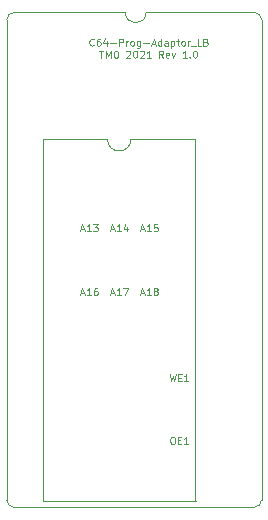
<source format=gbr>
%TF.GenerationSoftware,KiCad,Pcbnew,(5.1.5-0-10_14)*%
%TF.CreationDate,2021-01-31T16:28:13+01:00*%
%TF.ProjectId,C64-Prog-Adapter-LB,4336342d-5072-46f6-972d-416461707465,1.0*%
%TF.SameCoordinates,Original*%
%TF.FileFunction,Legend,Top*%
%TF.FilePolarity,Positive*%
%FSLAX46Y46*%
G04 Gerber Fmt 4.6, Leading zero omitted, Abs format (unit mm)*
G04 Created by KiCad (PCBNEW (5.1.5-0-10_14)) date 2021-01-31 16:28:13*
%MOMM*%
%LPD*%
G04 APERTURE LIST*
%ADD10C,0.100000*%
%ADD11C,0.050000*%
%ADD12C,0.120000*%
G04 APERTURE END LIST*
D10*
X119771428Y-41514285D02*
X119742857Y-41542857D01*
X119657142Y-41571428D01*
X119600000Y-41571428D01*
X119514285Y-41542857D01*
X119457142Y-41485714D01*
X119428571Y-41428571D01*
X119400000Y-41314285D01*
X119400000Y-41228571D01*
X119428571Y-41114285D01*
X119457142Y-41057142D01*
X119514285Y-41000000D01*
X119600000Y-40971428D01*
X119657142Y-40971428D01*
X119742857Y-41000000D01*
X119771428Y-41028571D01*
X120285714Y-40971428D02*
X120171428Y-40971428D01*
X120114285Y-41000000D01*
X120085714Y-41028571D01*
X120028571Y-41114285D01*
X120000000Y-41228571D01*
X120000000Y-41457142D01*
X120028571Y-41514285D01*
X120057142Y-41542857D01*
X120114285Y-41571428D01*
X120228571Y-41571428D01*
X120285714Y-41542857D01*
X120314285Y-41514285D01*
X120342857Y-41457142D01*
X120342857Y-41314285D01*
X120314285Y-41257142D01*
X120285714Y-41228571D01*
X120228571Y-41200000D01*
X120114285Y-41200000D01*
X120057142Y-41228571D01*
X120028571Y-41257142D01*
X120000000Y-41314285D01*
X120857142Y-41171428D02*
X120857142Y-41571428D01*
X120714285Y-40942857D02*
X120571428Y-41371428D01*
X120942857Y-41371428D01*
X121171428Y-41342857D02*
X121628571Y-41342857D01*
X121914285Y-41571428D02*
X121914285Y-40971428D01*
X122142857Y-40971428D01*
X122200000Y-41000000D01*
X122228571Y-41028571D01*
X122257142Y-41085714D01*
X122257142Y-41171428D01*
X122228571Y-41228571D01*
X122200000Y-41257142D01*
X122142857Y-41285714D01*
X121914285Y-41285714D01*
X122514285Y-41571428D02*
X122514285Y-41171428D01*
X122514285Y-41285714D02*
X122542857Y-41228571D01*
X122571428Y-41200000D01*
X122628571Y-41171428D01*
X122685714Y-41171428D01*
X122971428Y-41571428D02*
X122914285Y-41542857D01*
X122885714Y-41514285D01*
X122857142Y-41457142D01*
X122857142Y-41285714D01*
X122885714Y-41228571D01*
X122914285Y-41200000D01*
X122971428Y-41171428D01*
X123057142Y-41171428D01*
X123114285Y-41200000D01*
X123142857Y-41228571D01*
X123171428Y-41285714D01*
X123171428Y-41457142D01*
X123142857Y-41514285D01*
X123114285Y-41542857D01*
X123057142Y-41571428D01*
X122971428Y-41571428D01*
X123685714Y-41171428D02*
X123685714Y-41657142D01*
X123657142Y-41714285D01*
X123628571Y-41742857D01*
X123571428Y-41771428D01*
X123485714Y-41771428D01*
X123428571Y-41742857D01*
X123685714Y-41542857D02*
X123628571Y-41571428D01*
X123514285Y-41571428D01*
X123457142Y-41542857D01*
X123428571Y-41514285D01*
X123400000Y-41457142D01*
X123400000Y-41285714D01*
X123428571Y-41228571D01*
X123457142Y-41200000D01*
X123514285Y-41171428D01*
X123628571Y-41171428D01*
X123685714Y-41200000D01*
X123971428Y-41342857D02*
X124428571Y-41342857D01*
X124685714Y-41400000D02*
X124971428Y-41400000D01*
X124628571Y-41571428D02*
X124828571Y-40971428D01*
X125028571Y-41571428D01*
X125485714Y-41571428D02*
X125485714Y-40971428D01*
X125485714Y-41542857D02*
X125428571Y-41571428D01*
X125314285Y-41571428D01*
X125257142Y-41542857D01*
X125228571Y-41514285D01*
X125200000Y-41457142D01*
X125200000Y-41285714D01*
X125228571Y-41228571D01*
X125257142Y-41200000D01*
X125314285Y-41171428D01*
X125428571Y-41171428D01*
X125485714Y-41200000D01*
X126028571Y-41571428D02*
X126028571Y-41257142D01*
X126000000Y-41200000D01*
X125942857Y-41171428D01*
X125828571Y-41171428D01*
X125771428Y-41200000D01*
X126028571Y-41542857D02*
X125971428Y-41571428D01*
X125828571Y-41571428D01*
X125771428Y-41542857D01*
X125742857Y-41485714D01*
X125742857Y-41428571D01*
X125771428Y-41371428D01*
X125828571Y-41342857D01*
X125971428Y-41342857D01*
X126028571Y-41314285D01*
X126314285Y-41171428D02*
X126314285Y-41771428D01*
X126314285Y-41200000D02*
X126371428Y-41171428D01*
X126485714Y-41171428D01*
X126542857Y-41200000D01*
X126571428Y-41228571D01*
X126600000Y-41285714D01*
X126600000Y-41457142D01*
X126571428Y-41514285D01*
X126542857Y-41542857D01*
X126485714Y-41571428D01*
X126371428Y-41571428D01*
X126314285Y-41542857D01*
X126771428Y-41171428D02*
X127000000Y-41171428D01*
X126857142Y-40971428D02*
X126857142Y-41485714D01*
X126885714Y-41542857D01*
X126942857Y-41571428D01*
X127000000Y-41571428D01*
X127285714Y-41571428D02*
X127228571Y-41542857D01*
X127200000Y-41514285D01*
X127171428Y-41457142D01*
X127171428Y-41285714D01*
X127200000Y-41228571D01*
X127228571Y-41200000D01*
X127285714Y-41171428D01*
X127371428Y-41171428D01*
X127428571Y-41200000D01*
X127457142Y-41228571D01*
X127485714Y-41285714D01*
X127485714Y-41457142D01*
X127457142Y-41514285D01*
X127428571Y-41542857D01*
X127371428Y-41571428D01*
X127285714Y-41571428D01*
X127742857Y-41571428D02*
X127742857Y-41171428D01*
X127742857Y-41285714D02*
X127771428Y-41228571D01*
X127800000Y-41200000D01*
X127857142Y-41171428D01*
X127914285Y-41171428D01*
X127971428Y-41628571D02*
X128428571Y-41628571D01*
X128857142Y-41571428D02*
X128571428Y-41571428D01*
X128571428Y-40971428D01*
X129257142Y-41257142D02*
X129342857Y-41285714D01*
X129371428Y-41314285D01*
X129400000Y-41371428D01*
X129400000Y-41457142D01*
X129371428Y-41514285D01*
X129342857Y-41542857D01*
X129285714Y-41571428D01*
X129057142Y-41571428D01*
X129057142Y-40971428D01*
X129257142Y-40971428D01*
X129314285Y-41000000D01*
X129342857Y-41028571D01*
X129371428Y-41085714D01*
X129371428Y-41142857D01*
X129342857Y-41200000D01*
X129314285Y-41228571D01*
X129257142Y-41257142D01*
X129057142Y-41257142D01*
X120242857Y-41971428D02*
X120585714Y-41971428D01*
X120414285Y-42571428D02*
X120414285Y-41971428D01*
X120785714Y-42571428D02*
X120785714Y-41971428D01*
X120985714Y-42400000D01*
X121185714Y-41971428D01*
X121185714Y-42571428D01*
X121585714Y-41971428D02*
X121700000Y-41971428D01*
X121757142Y-42000000D01*
X121814285Y-42057142D01*
X121842857Y-42171428D01*
X121842857Y-42371428D01*
X121814285Y-42485714D01*
X121757142Y-42542857D01*
X121700000Y-42571428D01*
X121585714Y-42571428D01*
X121528571Y-42542857D01*
X121471428Y-42485714D01*
X121442857Y-42371428D01*
X121442857Y-42171428D01*
X121471428Y-42057142D01*
X121528571Y-42000000D01*
X121585714Y-41971428D01*
X122528571Y-42028571D02*
X122557142Y-42000000D01*
X122614285Y-41971428D01*
X122757142Y-41971428D01*
X122814285Y-42000000D01*
X122842857Y-42028571D01*
X122871428Y-42085714D01*
X122871428Y-42142857D01*
X122842857Y-42228571D01*
X122500000Y-42571428D01*
X122871428Y-42571428D01*
X123242857Y-41971428D02*
X123300000Y-41971428D01*
X123357142Y-42000000D01*
X123385714Y-42028571D01*
X123414285Y-42085714D01*
X123442857Y-42200000D01*
X123442857Y-42342857D01*
X123414285Y-42457142D01*
X123385714Y-42514285D01*
X123357142Y-42542857D01*
X123300000Y-42571428D01*
X123242857Y-42571428D01*
X123185714Y-42542857D01*
X123157142Y-42514285D01*
X123128571Y-42457142D01*
X123100000Y-42342857D01*
X123100000Y-42200000D01*
X123128571Y-42085714D01*
X123157142Y-42028571D01*
X123185714Y-42000000D01*
X123242857Y-41971428D01*
X123671428Y-42028571D02*
X123700000Y-42000000D01*
X123757142Y-41971428D01*
X123900000Y-41971428D01*
X123957142Y-42000000D01*
X123985714Y-42028571D01*
X124014285Y-42085714D01*
X124014285Y-42142857D01*
X123985714Y-42228571D01*
X123642857Y-42571428D01*
X124014285Y-42571428D01*
X124585714Y-42571428D02*
X124242857Y-42571428D01*
X124414285Y-42571428D02*
X124414285Y-41971428D01*
X124357142Y-42057142D01*
X124300000Y-42114285D01*
X124242857Y-42142857D01*
X125642857Y-42571428D02*
X125442857Y-42285714D01*
X125300000Y-42571428D02*
X125300000Y-41971428D01*
X125528571Y-41971428D01*
X125585714Y-42000000D01*
X125614285Y-42028571D01*
X125642857Y-42085714D01*
X125642857Y-42171428D01*
X125614285Y-42228571D01*
X125585714Y-42257142D01*
X125528571Y-42285714D01*
X125300000Y-42285714D01*
X126128571Y-42542857D02*
X126071428Y-42571428D01*
X125957142Y-42571428D01*
X125900000Y-42542857D01*
X125871428Y-42485714D01*
X125871428Y-42257142D01*
X125900000Y-42200000D01*
X125957142Y-42171428D01*
X126071428Y-42171428D01*
X126128571Y-42200000D01*
X126157142Y-42257142D01*
X126157142Y-42314285D01*
X125871428Y-42371428D01*
X126357142Y-42171428D02*
X126500000Y-42571428D01*
X126642857Y-42171428D01*
X127642857Y-42571428D02*
X127300000Y-42571428D01*
X127471428Y-42571428D02*
X127471428Y-41971428D01*
X127414285Y-42057142D01*
X127357142Y-42114285D01*
X127300000Y-42142857D01*
X127900000Y-42514285D02*
X127928571Y-42542857D01*
X127900000Y-42571428D01*
X127871428Y-42542857D01*
X127900000Y-42514285D01*
X127900000Y-42571428D01*
X128300000Y-41971428D02*
X128357142Y-41971428D01*
X128414285Y-42000000D01*
X128442857Y-42028571D01*
X128471428Y-42085714D01*
X128500000Y-42200000D01*
X128500000Y-42342857D01*
X128471428Y-42457142D01*
X128442857Y-42514285D01*
X128414285Y-42542857D01*
X128357142Y-42571428D01*
X128300000Y-42571428D01*
X128242857Y-42542857D01*
X128214285Y-42514285D01*
X128185714Y-42457142D01*
X128157142Y-42342857D01*
X128157142Y-42200000D01*
X128185714Y-42085714D01*
X128214285Y-42028571D01*
X128242857Y-42000000D01*
X128300000Y-41971428D01*
D11*
X124206000Y-38735000D02*
X133350000Y-38735000D01*
X124206000Y-38735000D02*
G75*
G02X122428000Y-38735000I-889000J0D01*
G01*
X133985000Y-80010000D02*
G75*
G02X133350000Y-80645000I-635000J0D01*
G01*
X113030000Y-80645000D02*
G75*
G02X112395000Y-80010000I0J635000D01*
G01*
X112395000Y-39370000D02*
G75*
G02X113030000Y-38735000I635000J0D01*
G01*
X133350000Y-38735000D02*
G75*
G02X133985000Y-39370000I0J-635000D01*
G01*
X112395000Y-80010000D02*
X112395000Y-39370000D01*
X133350000Y-80645000D02*
X113030000Y-80645000D01*
X133985000Y-39370000D02*
X133985000Y-80010000D01*
X113030000Y-38735000D02*
X122428000Y-38735000D01*
D12*
X115443000Y-80130000D02*
X128397000Y-80137000D01*
X128380000Y-49470000D02*
X122920000Y-49470000D01*
X128380000Y-80070000D02*
X128380000Y-49470000D01*
X115460000Y-80070000D02*
X128380000Y-80070000D01*
X115460000Y-49470000D02*
X115460000Y-80070000D01*
X120920000Y-49470000D02*
X115460000Y-49470000D01*
X122920000Y-49470000D02*
G75*
G02X120920000Y-49470000I-1000000J0D01*
G01*
D10*
X118665714Y-57120000D02*
X118951428Y-57120000D01*
X118608571Y-57291428D02*
X118808571Y-56691428D01*
X119008571Y-57291428D01*
X119522857Y-57291428D02*
X119180000Y-57291428D01*
X119351428Y-57291428D02*
X119351428Y-56691428D01*
X119294285Y-56777142D01*
X119237142Y-56834285D01*
X119180000Y-56862857D01*
X119722857Y-56691428D02*
X120094285Y-56691428D01*
X119894285Y-56920000D01*
X119980000Y-56920000D01*
X120037142Y-56948571D01*
X120065714Y-56977142D01*
X120094285Y-57034285D01*
X120094285Y-57177142D01*
X120065714Y-57234285D01*
X120037142Y-57262857D01*
X119980000Y-57291428D01*
X119808571Y-57291428D01*
X119751428Y-57262857D01*
X119722857Y-57234285D01*
X121205714Y-57120000D02*
X121491428Y-57120000D01*
X121148571Y-57291428D02*
X121348571Y-56691428D01*
X121548571Y-57291428D01*
X122062857Y-57291428D02*
X121720000Y-57291428D01*
X121891428Y-57291428D02*
X121891428Y-56691428D01*
X121834285Y-56777142D01*
X121777142Y-56834285D01*
X121720000Y-56862857D01*
X122577142Y-56891428D02*
X122577142Y-57291428D01*
X122434285Y-56662857D02*
X122291428Y-57091428D01*
X122662857Y-57091428D01*
X123745714Y-57120000D02*
X124031428Y-57120000D01*
X123688571Y-57291428D02*
X123888571Y-56691428D01*
X124088571Y-57291428D01*
X124602857Y-57291428D02*
X124260000Y-57291428D01*
X124431428Y-57291428D02*
X124431428Y-56691428D01*
X124374285Y-56777142D01*
X124317142Y-56834285D01*
X124260000Y-56862857D01*
X125145714Y-56691428D02*
X124860000Y-56691428D01*
X124831428Y-56977142D01*
X124860000Y-56948571D01*
X124917142Y-56920000D01*
X125060000Y-56920000D01*
X125117142Y-56948571D01*
X125145714Y-56977142D01*
X125174285Y-57034285D01*
X125174285Y-57177142D01*
X125145714Y-57234285D01*
X125117142Y-57262857D01*
X125060000Y-57291428D01*
X124917142Y-57291428D01*
X124860000Y-57262857D01*
X124831428Y-57234285D01*
X118665714Y-62500000D02*
X118951428Y-62500000D01*
X118608571Y-62671428D02*
X118808571Y-62071428D01*
X119008571Y-62671428D01*
X119522857Y-62671428D02*
X119180000Y-62671428D01*
X119351428Y-62671428D02*
X119351428Y-62071428D01*
X119294285Y-62157142D01*
X119237142Y-62214285D01*
X119180000Y-62242857D01*
X120037142Y-62071428D02*
X119922857Y-62071428D01*
X119865714Y-62100000D01*
X119837142Y-62128571D01*
X119780000Y-62214285D01*
X119751428Y-62328571D01*
X119751428Y-62557142D01*
X119780000Y-62614285D01*
X119808571Y-62642857D01*
X119865714Y-62671428D01*
X119980000Y-62671428D01*
X120037142Y-62642857D01*
X120065714Y-62614285D01*
X120094285Y-62557142D01*
X120094285Y-62414285D01*
X120065714Y-62357142D01*
X120037142Y-62328571D01*
X119980000Y-62300000D01*
X119865714Y-62300000D01*
X119808571Y-62328571D01*
X119780000Y-62357142D01*
X119751428Y-62414285D01*
X121205714Y-62500000D02*
X121491428Y-62500000D01*
X121148571Y-62671428D02*
X121348571Y-62071428D01*
X121548571Y-62671428D01*
X122062857Y-62671428D02*
X121720000Y-62671428D01*
X121891428Y-62671428D02*
X121891428Y-62071428D01*
X121834285Y-62157142D01*
X121777142Y-62214285D01*
X121720000Y-62242857D01*
X122262857Y-62071428D02*
X122662857Y-62071428D01*
X122405714Y-62671428D01*
X123745714Y-62500000D02*
X124031428Y-62500000D01*
X123688571Y-62671428D02*
X123888571Y-62071428D01*
X124088571Y-62671428D01*
X124602857Y-62671428D02*
X124260000Y-62671428D01*
X124431428Y-62671428D02*
X124431428Y-62071428D01*
X124374285Y-62157142D01*
X124317142Y-62214285D01*
X124260000Y-62242857D01*
X124945714Y-62328571D02*
X124888571Y-62300000D01*
X124860000Y-62271428D01*
X124831428Y-62214285D01*
X124831428Y-62185714D01*
X124860000Y-62128571D01*
X124888571Y-62100000D01*
X124945714Y-62071428D01*
X125060000Y-62071428D01*
X125117142Y-62100000D01*
X125145714Y-62128571D01*
X125174285Y-62185714D01*
X125174285Y-62214285D01*
X125145714Y-62271428D01*
X125117142Y-62300000D01*
X125060000Y-62328571D01*
X124945714Y-62328571D01*
X124888571Y-62357142D01*
X124860000Y-62385714D01*
X124831428Y-62442857D01*
X124831428Y-62557142D01*
X124860000Y-62614285D01*
X124888571Y-62642857D01*
X124945714Y-62671428D01*
X125060000Y-62671428D01*
X125117142Y-62642857D01*
X125145714Y-62614285D01*
X125174285Y-62557142D01*
X125174285Y-62442857D01*
X125145714Y-62385714D01*
X125117142Y-62357142D01*
X125060000Y-62328571D01*
X126385714Y-74671428D02*
X126500000Y-74671428D01*
X126557142Y-74700000D01*
X126614285Y-74757142D01*
X126642857Y-74871428D01*
X126642857Y-75071428D01*
X126614285Y-75185714D01*
X126557142Y-75242857D01*
X126500000Y-75271428D01*
X126385714Y-75271428D01*
X126328571Y-75242857D01*
X126271428Y-75185714D01*
X126242857Y-75071428D01*
X126242857Y-74871428D01*
X126271428Y-74757142D01*
X126328571Y-74700000D01*
X126385714Y-74671428D01*
X126900000Y-74957142D02*
X127100000Y-74957142D01*
X127185714Y-75271428D02*
X126900000Y-75271428D01*
X126900000Y-74671428D01*
X127185714Y-74671428D01*
X127757142Y-75271428D02*
X127414285Y-75271428D01*
X127585714Y-75271428D02*
X127585714Y-74671428D01*
X127528571Y-74757142D01*
X127471428Y-74814285D01*
X127414285Y-74842857D01*
X126185714Y-69391428D02*
X126328571Y-69991428D01*
X126442857Y-69562857D01*
X126557142Y-69991428D01*
X126700000Y-69391428D01*
X126928571Y-69677142D02*
X127128571Y-69677142D01*
X127214285Y-69991428D02*
X126928571Y-69991428D01*
X126928571Y-69391428D01*
X127214285Y-69391428D01*
X127785714Y-69991428D02*
X127442857Y-69991428D01*
X127614285Y-69991428D02*
X127614285Y-69391428D01*
X127557142Y-69477142D01*
X127500000Y-69534285D01*
X127442857Y-69562857D01*
M02*

</source>
